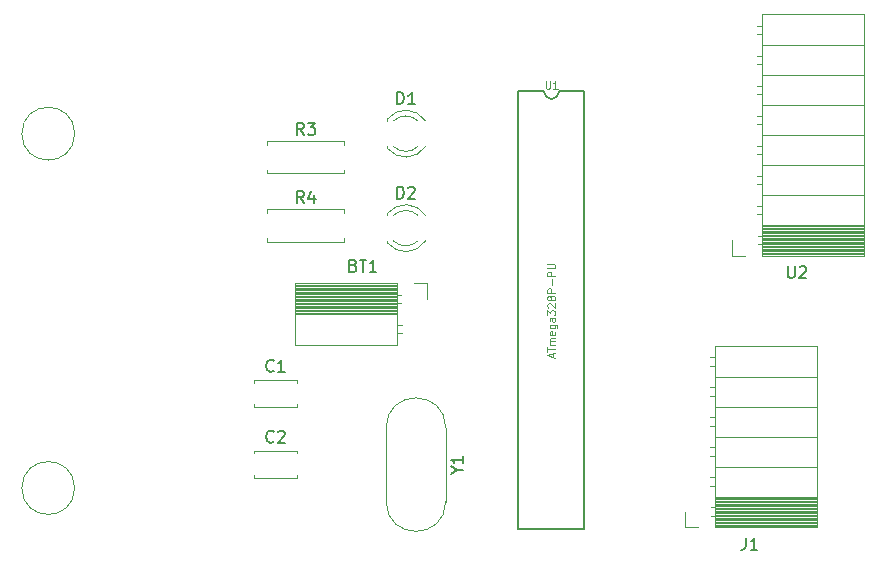
<source format=gbr>
G04 #@! TF.GenerationSoftware,KiCad,Pcbnew,(5.1.2)-1*
G04 #@! TF.CreationDate,2019-05-27T16:10:05+02:00*
G04 #@! TF.ProjectId,Dispositivo_Resp,44697370-6f73-4697-9469-766f5f526573,rev?*
G04 #@! TF.SameCoordinates,Original*
G04 #@! TF.FileFunction,Legend,Top*
G04 #@! TF.FilePolarity,Positive*
%FSLAX46Y46*%
G04 Gerber Fmt 4.6, Leading zero omitted, Abs format (unit mm)*
G04 Created by KiCad (PCBNEW (5.1.2)-1) date 2019-05-27 16:10:05*
%MOMM*%
%LPD*%
G04 APERTURE LIST*
%ADD10C,0.120000*%
%ADD11C,0.127000*%
%ADD12C,0.150000*%
%ADD13C,0.050000*%
G04 APERTURE END LIST*
D10*
X122236068Y-120000000D02*
G75*
G03X122236068Y-120000000I-2236068J0D01*
G01*
X122236068Y-90000000D02*
G75*
G03X122236068Y-90000000I-2236068J0D01*
G01*
X145080000Y-99160000D02*
X145080000Y-98830000D01*
X138540000Y-99160000D02*
X145080000Y-99160000D01*
X138540000Y-98830000D02*
X138540000Y-99160000D01*
X145080000Y-96420000D02*
X145080000Y-96750000D01*
X138540000Y-96420000D02*
X145080000Y-96420000D01*
X138540000Y-96750000D02*
X138540000Y-96420000D01*
X145080000Y-93370000D02*
X145080000Y-93040000D01*
X138540000Y-93370000D02*
X145080000Y-93370000D01*
X138540000Y-93040000D02*
X138540000Y-93370000D01*
X145080000Y-90630000D02*
X145080000Y-90960000D01*
X138540000Y-90630000D02*
X145080000Y-90630000D01*
X138540000Y-90960000D02*
X138540000Y-90630000D01*
X179000000Y-100330000D02*
X177890000Y-100330000D01*
X177890000Y-100330000D02*
X177890000Y-99000000D01*
X189090000Y-100330000D02*
X189090000Y-79890000D01*
X189090000Y-79890000D02*
X180460000Y-79890000D01*
X180460000Y-100330000D02*
X180460000Y-79890000D01*
X189090000Y-100330000D02*
X180460000Y-100330000D01*
X189090000Y-82490000D02*
X180460000Y-82490000D01*
X189090000Y-85030000D02*
X180460000Y-85030000D01*
X189090000Y-87570000D02*
X180460000Y-87570000D01*
X189090000Y-90110000D02*
X180460000Y-90110000D01*
X189090000Y-92650000D02*
X180460000Y-92650000D01*
X189090000Y-95190000D02*
X180460000Y-95190000D01*
X189090000Y-97730000D02*
X180460000Y-97730000D01*
X180460000Y-80860000D02*
X180050000Y-80860000D01*
X180460000Y-81580000D02*
X180050000Y-81580000D01*
X180460000Y-83400000D02*
X180050000Y-83400000D01*
X180460000Y-84120000D02*
X180050000Y-84120000D01*
X180460000Y-85940000D02*
X180050000Y-85940000D01*
X180460000Y-86660000D02*
X180050000Y-86660000D01*
X180460000Y-88480000D02*
X180050000Y-88480000D01*
X180460000Y-89200000D02*
X180050000Y-89200000D01*
X180460000Y-91020000D02*
X180050000Y-91020000D01*
X180460000Y-91740000D02*
X180050000Y-91740000D01*
X180460000Y-93560000D02*
X180050000Y-93560000D01*
X180460000Y-94280000D02*
X180050000Y-94280000D01*
X180460000Y-96100000D02*
X180050000Y-96100000D01*
X180460000Y-96820000D02*
X180050000Y-96820000D01*
X180460000Y-98640000D02*
X180110000Y-98640000D01*
X180460000Y-99360000D02*
X180110000Y-99360000D01*
X189090000Y-97848100D02*
X180460000Y-97848100D01*
X189090000Y-97966195D02*
X180460000Y-97966195D01*
X189090000Y-98084290D02*
X180460000Y-98084290D01*
X189090000Y-98202385D02*
X180460000Y-98202385D01*
X189090000Y-98320480D02*
X180460000Y-98320480D01*
X189090000Y-98438575D02*
X180460000Y-98438575D01*
X189090000Y-98556670D02*
X180460000Y-98556670D01*
X189090000Y-98674765D02*
X180460000Y-98674765D01*
X189090000Y-98792860D02*
X180460000Y-98792860D01*
X189090000Y-98910955D02*
X180460000Y-98910955D01*
X189090000Y-99029050D02*
X180460000Y-99029050D01*
X189090000Y-99147145D02*
X180460000Y-99147145D01*
X189090000Y-99265240D02*
X180460000Y-99265240D01*
X189090000Y-99383335D02*
X180460000Y-99383335D01*
X189090000Y-99501430D02*
X180460000Y-99501430D01*
X189090000Y-99619525D02*
X180460000Y-99619525D01*
X189090000Y-99737620D02*
X180460000Y-99737620D01*
X189090000Y-99855715D02*
X180460000Y-99855715D01*
X189090000Y-99973810D02*
X180460000Y-99973810D01*
X189090000Y-100091905D02*
X180460000Y-100091905D01*
X189090000Y-100210000D02*
X180460000Y-100210000D01*
X151000000Y-102670000D02*
X152110000Y-102670000D01*
X152110000Y-102670000D02*
X152110000Y-104000000D01*
X140910000Y-102670000D02*
X140910000Y-107870000D01*
X140910000Y-107870000D02*
X149540000Y-107870000D01*
X149540000Y-102670000D02*
X149540000Y-107870000D01*
X140910000Y-102670000D02*
X149540000Y-102670000D01*
X140910000Y-105270000D02*
X149540000Y-105270000D01*
X149540000Y-106900000D02*
X149950000Y-106900000D01*
X149540000Y-106180000D02*
X149950000Y-106180000D01*
X149540000Y-104360000D02*
X149890000Y-104360000D01*
X149540000Y-103640000D02*
X149890000Y-103640000D01*
X140910000Y-105151900D02*
X149540000Y-105151900D01*
X140910000Y-105033805D02*
X149540000Y-105033805D01*
X140910000Y-104915710D02*
X149540000Y-104915710D01*
X140910000Y-104797615D02*
X149540000Y-104797615D01*
X140910000Y-104679520D02*
X149540000Y-104679520D01*
X140910000Y-104561425D02*
X149540000Y-104561425D01*
X140910000Y-104443330D02*
X149540000Y-104443330D01*
X140910000Y-104325235D02*
X149540000Y-104325235D01*
X140910000Y-104207140D02*
X149540000Y-104207140D01*
X140910000Y-104089045D02*
X149540000Y-104089045D01*
X140910000Y-103970950D02*
X149540000Y-103970950D01*
X140910000Y-103852855D02*
X149540000Y-103852855D01*
X140910000Y-103734760D02*
X149540000Y-103734760D01*
X140910000Y-103616665D02*
X149540000Y-103616665D01*
X140910000Y-103498570D02*
X149540000Y-103498570D01*
X140910000Y-103380475D02*
X149540000Y-103380475D01*
X140910000Y-103262380D02*
X149540000Y-103262380D01*
X140910000Y-103144285D02*
X149540000Y-103144285D01*
X140910000Y-103026190D02*
X149540000Y-103026190D01*
X140910000Y-102908095D02*
X149540000Y-102908095D01*
X140910000Y-102790000D02*
X149540000Y-102790000D01*
X148710000Y-99080000D02*
X148710000Y-99236000D01*
X148710000Y-96764000D02*
X148710000Y-96920000D01*
X151311130Y-99079837D02*
G75*
G02X149229039Y-99080000I-1041130J1079837D01*
G01*
X151311130Y-96920163D02*
G75*
G03X149229039Y-96920000I-1041130J-1079837D01*
G01*
X151942335Y-99078608D02*
G75*
G02X148710000Y-99235516I-1672335J1078608D01*
G01*
X151942335Y-96921392D02*
G75*
G03X148710000Y-96764484I-1672335J-1078608D01*
G01*
X148710000Y-91080000D02*
X148710000Y-91236000D01*
X148710000Y-88764000D02*
X148710000Y-88920000D01*
X151311130Y-91079837D02*
G75*
G02X149229039Y-91080000I-1041130J1079837D01*
G01*
X151311130Y-88920163D02*
G75*
G03X149229039Y-88920000I-1041130J-1079837D01*
G01*
X151942335Y-91078608D02*
G75*
G02X148710000Y-91235516I-1672335J1078608D01*
G01*
X151942335Y-88921392D02*
G75*
G03X148710000Y-88764484I-1672335J-1078608D01*
G01*
X141070000Y-118925000D02*
X141070000Y-119170000D01*
X141070000Y-116830000D02*
X141070000Y-117075000D01*
X137430000Y-118925000D02*
X137430000Y-119170000D01*
X137430000Y-116830000D02*
X137430000Y-117075000D01*
X137430000Y-119170000D02*
X141070000Y-119170000D01*
X137430000Y-116830000D02*
X141070000Y-116830000D01*
X141070000Y-112925000D02*
X141070000Y-113170000D01*
X141070000Y-110830000D02*
X141070000Y-111075000D01*
X137430000Y-112925000D02*
X137430000Y-113170000D01*
X137430000Y-110830000D02*
X137430000Y-111075000D01*
X137430000Y-113170000D02*
X141070000Y-113170000D01*
X137430000Y-110830000D02*
X141070000Y-110830000D01*
X185090000Y-123210000D02*
X176460000Y-123210000D01*
X185090000Y-123091905D02*
X176460000Y-123091905D01*
X185090000Y-122973810D02*
X176460000Y-122973810D01*
X185090000Y-122855715D02*
X176460000Y-122855715D01*
X185090000Y-122737620D02*
X176460000Y-122737620D01*
X185090000Y-122619525D02*
X176460000Y-122619525D01*
X185090000Y-122501430D02*
X176460000Y-122501430D01*
X185090000Y-122383335D02*
X176460000Y-122383335D01*
X185090000Y-122265240D02*
X176460000Y-122265240D01*
X185090000Y-122147145D02*
X176460000Y-122147145D01*
X185090000Y-122029050D02*
X176460000Y-122029050D01*
X185090000Y-121910955D02*
X176460000Y-121910955D01*
X185090000Y-121792860D02*
X176460000Y-121792860D01*
X185090000Y-121674765D02*
X176460000Y-121674765D01*
X185090000Y-121556670D02*
X176460000Y-121556670D01*
X185090000Y-121438575D02*
X176460000Y-121438575D01*
X185090000Y-121320480D02*
X176460000Y-121320480D01*
X185090000Y-121202385D02*
X176460000Y-121202385D01*
X185090000Y-121084290D02*
X176460000Y-121084290D01*
X185090000Y-120966195D02*
X176460000Y-120966195D01*
X185090000Y-120848100D02*
X176460000Y-120848100D01*
X176460000Y-122360000D02*
X176110000Y-122360000D01*
X176460000Y-121640000D02*
X176110000Y-121640000D01*
X176460000Y-119820000D02*
X176050000Y-119820000D01*
X176460000Y-119100000D02*
X176050000Y-119100000D01*
X176460000Y-117280000D02*
X176050000Y-117280000D01*
X176460000Y-116560000D02*
X176050000Y-116560000D01*
X176460000Y-114740000D02*
X176050000Y-114740000D01*
X176460000Y-114020000D02*
X176050000Y-114020000D01*
X176460000Y-112200000D02*
X176050000Y-112200000D01*
X176460000Y-111480000D02*
X176050000Y-111480000D01*
X176460000Y-109660000D02*
X176050000Y-109660000D01*
X176460000Y-108940000D02*
X176050000Y-108940000D01*
X185090000Y-120730000D02*
X176460000Y-120730000D01*
X185090000Y-118190000D02*
X176460000Y-118190000D01*
X185090000Y-115650000D02*
X176460000Y-115650000D01*
X185090000Y-113110000D02*
X176460000Y-113110000D01*
X185090000Y-110570000D02*
X176460000Y-110570000D01*
X185090000Y-123330000D02*
X176460000Y-123330000D01*
X176460000Y-123330000D02*
X176460000Y-107970000D01*
X185090000Y-107970000D02*
X176460000Y-107970000D01*
X185090000Y-123330000D02*
X185090000Y-107970000D01*
X173890000Y-123330000D02*
X173890000Y-122000000D01*
X175000000Y-123330000D02*
X173890000Y-123330000D01*
D11*
X161975800Y-86423501D02*
X159816800Y-86423501D01*
X163245800Y-86423501D02*
G75*
G02X161975800Y-86423501I-635000J0D01*
G01*
X159816800Y-86423501D02*
X159816800Y-123507501D01*
X165404800Y-86423501D02*
X163245800Y-86423501D01*
X165404800Y-86423501D02*
X165404800Y-123507501D01*
X165404800Y-123507501D02*
X159816800Y-123507501D01*
D10*
X153655000Y-114895000D02*
X153655000Y-121145000D01*
X148605000Y-114895000D02*
X148605000Y-121145000D01*
X148605000Y-114895000D02*
G75*
G02X153655000Y-114895000I2525000J0D01*
G01*
X148605000Y-121145000D02*
G75*
G03X153655000Y-121145000I2525000J0D01*
G01*
D12*
X141643333Y-95872380D02*
X141310000Y-95396190D01*
X141071904Y-95872380D02*
X141071904Y-94872380D01*
X141452857Y-94872380D01*
X141548095Y-94920000D01*
X141595714Y-94967619D01*
X141643333Y-95062857D01*
X141643333Y-95205714D01*
X141595714Y-95300952D01*
X141548095Y-95348571D01*
X141452857Y-95396190D01*
X141071904Y-95396190D01*
X142500476Y-95205714D02*
X142500476Y-95872380D01*
X142262380Y-94824761D02*
X142024285Y-95539047D01*
X142643333Y-95539047D01*
X141643333Y-90082380D02*
X141310000Y-89606190D01*
X141071904Y-90082380D02*
X141071904Y-89082380D01*
X141452857Y-89082380D01*
X141548095Y-89130000D01*
X141595714Y-89177619D01*
X141643333Y-89272857D01*
X141643333Y-89415714D01*
X141595714Y-89510952D01*
X141548095Y-89558571D01*
X141452857Y-89606190D01*
X141071904Y-89606190D01*
X141976666Y-89082380D02*
X142595714Y-89082380D01*
X142262380Y-89463333D01*
X142405238Y-89463333D01*
X142500476Y-89510952D01*
X142548095Y-89558571D01*
X142595714Y-89653809D01*
X142595714Y-89891904D01*
X142548095Y-89987142D01*
X142500476Y-90034761D01*
X142405238Y-90082380D01*
X142119523Y-90082380D01*
X142024285Y-90034761D01*
X141976666Y-89987142D01*
X182618095Y-101222380D02*
X182618095Y-102031904D01*
X182665714Y-102127142D01*
X182713333Y-102174761D01*
X182808571Y-102222380D01*
X182999047Y-102222380D01*
X183094285Y-102174761D01*
X183141904Y-102127142D01*
X183189523Y-102031904D01*
X183189523Y-101222380D01*
X183618095Y-101317619D02*
X183665714Y-101270000D01*
X183760952Y-101222380D01*
X183999047Y-101222380D01*
X184094285Y-101270000D01*
X184141904Y-101317619D01*
X184189523Y-101412857D01*
X184189523Y-101508095D01*
X184141904Y-101650952D01*
X183570476Y-102222380D01*
X184189523Y-102222380D01*
X145834285Y-101158571D02*
X145977142Y-101206190D01*
X146024761Y-101253809D01*
X146072380Y-101349047D01*
X146072380Y-101491904D01*
X146024761Y-101587142D01*
X145977142Y-101634761D01*
X145881904Y-101682380D01*
X145500952Y-101682380D01*
X145500952Y-100682380D01*
X145834285Y-100682380D01*
X145929523Y-100730000D01*
X145977142Y-100777619D01*
X146024761Y-100872857D01*
X146024761Y-100968095D01*
X145977142Y-101063333D01*
X145929523Y-101110952D01*
X145834285Y-101158571D01*
X145500952Y-101158571D01*
X146358095Y-100682380D02*
X146929523Y-100682380D01*
X146643809Y-101682380D02*
X146643809Y-100682380D01*
X147786666Y-101682380D02*
X147215238Y-101682380D01*
X147500952Y-101682380D02*
X147500952Y-100682380D01*
X147405714Y-100825238D01*
X147310476Y-100920476D01*
X147215238Y-100968095D01*
X149531904Y-95492380D02*
X149531904Y-94492380D01*
X149770000Y-94492380D01*
X149912857Y-94540000D01*
X150008095Y-94635238D01*
X150055714Y-94730476D01*
X150103333Y-94920952D01*
X150103333Y-95063809D01*
X150055714Y-95254285D01*
X150008095Y-95349523D01*
X149912857Y-95444761D01*
X149770000Y-95492380D01*
X149531904Y-95492380D01*
X150484285Y-94587619D02*
X150531904Y-94540000D01*
X150627142Y-94492380D01*
X150865238Y-94492380D01*
X150960476Y-94540000D01*
X151008095Y-94587619D01*
X151055714Y-94682857D01*
X151055714Y-94778095D01*
X151008095Y-94920952D01*
X150436666Y-95492380D01*
X151055714Y-95492380D01*
X149531904Y-87492380D02*
X149531904Y-86492380D01*
X149770000Y-86492380D01*
X149912857Y-86540000D01*
X150008095Y-86635238D01*
X150055714Y-86730476D01*
X150103333Y-86920952D01*
X150103333Y-87063809D01*
X150055714Y-87254285D01*
X150008095Y-87349523D01*
X149912857Y-87444761D01*
X149770000Y-87492380D01*
X149531904Y-87492380D01*
X151055714Y-87492380D02*
X150484285Y-87492380D01*
X150770000Y-87492380D02*
X150770000Y-86492380D01*
X150674761Y-86635238D01*
X150579523Y-86730476D01*
X150484285Y-86778095D01*
X139083333Y-116057142D02*
X139035714Y-116104761D01*
X138892857Y-116152380D01*
X138797619Y-116152380D01*
X138654761Y-116104761D01*
X138559523Y-116009523D01*
X138511904Y-115914285D01*
X138464285Y-115723809D01*
X138464285Y-115580952D01*
X138511904Y-115390476D01*
X138559523Y-115295238D01*
X138654761Y-115200000D01*
X138797619Y-115152380D01*
X138892857Y-115152380D01*
X139035714Y-115200000D01*
X139083333Y-115247619D01*
X139464285Y-115247619D02*
X139511904Y-115200000D01*
X139607142Y-115152380D01*
X139845238Y-115152380D01*
X139940476Y-115200000D01*
X139988095Y-115247619D01*
X140035714Y-115342857D01*
X140035714Y-115438095D01*
X139988095Y-115580952D01*
X139416666Y-116152380D01*
X140035714Y-116152380D01*
X139083333Y-110057142D02*
X139035714Y-110104761D01*
X138892857Y-110152380D01*
X138797619Y-110152380D01*
X138654761Y-110104761D01*
X138559523Y-110009523D01*
X138511904Y-109914285D01*
X138464285Y-109723809D01*
X138464285Y-109580952D01*
X138511904Y-109390476D01*
X138559523Y-109295238D01*
X138654761Y-109200000D01*
X138797619Y-109152380D01*
X138892857Y-109152380D01*
X139035714Y-109200000D01*
X139083333Y-109247619D01*
X140035714Y-110152380D02*
X139464285Y-110152380D01*
X139750000Y-110152380D02*
X139750000Y-109152380D01*
X139654761Y-109295238D01*
X139559523Y-109390476D01*
X139464285Y-109438095D01*
X179046666Y-124222380D02*
X179046666Y-124936666D01*
X178999047Y-125079523D01*
X178903809Y-125174761D01*
X178760952Y-125222380D01*
X178665714Y-125222380D01*
X180046666Y-125222380D02*
X179475238Y-125222380D01*
X179760952Y-125222380D02*
X179760952Y-124222380D01*
X179665714Y-124365238D01*
X179570476Y-124460476D01*
X179475238Y-124508095D01*
D13*
X162122770Y-85548729D02*
X162122770Y-86067261D01*
X162153272Y-86128264D01*
X162183774Y-86158766D01*
X162244777Y-86189268D01*
X162366785Y-86189268D01*
X162427788Y-86158766D01*
X162458290Y-86128264D01*
X162488792Y-86067261D01*
X162488792Y-85548729D01*
X163129331Y-86189268D02*
X162763309Y-86189268D01*
X162946320Y-86189268D02*
X162946320Y-85548729D01*
X162885316Y-85640235D01*
X162824313Y-85701238D01*
X162763309Y-85731740D01*
X162717589Y-108931980D02*
X162717589Y-108626866D01*
X162900658Y-108993003D02*
X162259919Y-108779423D01*
X162900658Y-108565843D01*
X162259919Y-108443798D02*
X162259919Y-108077661D01*
X162900658Y-108260730D02*
X162259919Y-108260730D01*
X162900658Y-107864082D02*
X162473498Y-107864082D01*
X162534521Y-107864082D02*
X162504010Y-107833570D01*
X162473498Y-107772548D01*
X162473498Y-107681013D01*
X162504010Y-107619991D01*
X162565032Y-107589479D01*
X162900658Y-107589479D01*
X162565032Y-107589479D02*
X162504010Y-107558968D01*
X162473498Y-107497945D01*
X162473498Y-107406411D01*
X162504010Y-107345388D01*
X162565032Y-107314877D01*
X162900658Y-107314877D01*
X162870146Y-106765672D02*
X162900658Y-106826695D01*
X162900658Y-106948740D01*
X162870146Y-107009763D01*
X162809123Y-107040274D01*
X162565032Y-107040274D01*
X162504010Y-107009763D01*
X162473498Y-106948740D01*
X162473498Y-106826695D01*
X162504010Y-106765672D01*
X162565032Y-106735161D01*
X162626055Y-106735161D01*
X162687078Y-107040274D01*
X162473498Y-106185956D02*
X162992192Y-106185956D01*
X163053215Y-106216467D01*
X163083726Y-106246979D01*
X163114237Y-106308001D01*
X163114237Y-106399535D01*
X163083726Y-106460558D01*
X162870146Y-106185956D02*
X162900658Y-106246979D01*
X162900658Y-106369024D01*
X162870146Y-106430047D01*
X162839635Y-106460558D01*
X162778612Y-106491070D01*
X162595544Y-106491070D01*
X162534521Y-106460558D01*
X162504010Y-106430047D01*
X162473498Y-106369024D01*
X162473498Y-106246979D01*
X162504010Y-106185956D01*
X162900658Y-105606240D02*
X162565032Y-105606240D01*
X162504010Y-105636751D01*
X162473498Y-105697774D01*
X162473498Y-105819819D01*
X162504010Y-105880842D01*
X162870146Y-105606240D02*
X162900658Y-105667262D01*
X162900658Y-105819819D01*
X162870146Y-105880842D01*
X162809123Y-105911353D01*
X162748101Y-105911353D01*
X162687078Y-105880842D01*
X162656567Y-105819819D01*
X162656567Y-105667262D01*
X162626055Y-105606240D01*
X162259919Y-105362148D02*
X162259919Y-104965501D01*
X162504010Y-105179080D01*
X162504010Y-105087546D01*
X162534521Y-105026523D01*
X162565032Y-104996012D01*
X162626055Y-104965501D01*
X162778612Y-104965501D01*
X162839635Y-104996012D01*
X162870146Y-105026523D01*
X162900658Y-105087546D01*
X162900658Y-105270614D01*
X162870146Y-105331637D01*
X162839635Y-105362148D01*
X162320941Y-104721409D02*
X162290430Y-104690898D01*
X162259919Y-104629875D01*
X162259919Y-104477318D01*
X162290430Y-104416296D01*
X162320941Y-104385784D01*
X162381964Y-104355273D01*
X162442987Y-104355273D01*
X162534521Y-104385784D01*
X162900658Y-104751921D01*
X162900658Y-104355273D01*
X162534521Y-103989136D02*
X162504010Y-104050159D01*
X162473498Y-104080670D01*
X162412476Y-104111182D01*
X162381964Y-104111182D01*
X162320941Y-104080670D01*
X162290430Y-104050159D01*
X162259919Y-103989136D01*
X162259919Y-103867091D01*
X162290430Y-103806068D01*
X162320941Y-103775557D01*
X162381964Y-103745045D01*
X162412476Y-103745045D01*
X162473498Y-103775557D01*
X162504010Y-103806068D01*
X162534521Y-103867091D01*
X162534521Y-103989136D01*
X162565032Y-104050159D01*
X162595544Y-104080670D01*
X162656567Y-104111182D01*
X162778612Y-104111182D01*
X162839635Y-104080670D01*
X162870146Y-104050159D01*
X162900658Y-103989136D01*
X162900658Y-103867091D01*
X162870146Y-103806068D01*
X162839635Y-103775557D01*
X162778612Y-103745045D01*
X162656567Y-103745045D01*
X162595544Y-103775557D01*
X162565032Y-103806068D01*
X162534521Y-103867091D01*
X162900658Y-103470443D02*
X162259919Y-103470443D01*
X162259919Y-103226352D01*
X162290430Y-103165329D01*
X162320941Y-103134818D01*
X162381964Y-103104306D01*
X162473498Y-103104306D01*
X162534521Y-103134818D01*
X162565032Y-103165329D01*
X162595544Y-103226352D01*
X162595544Y-103470443D01*
X162656567Y-102829704D02*
X162656567Y-102341522D01*
X162900658Y-102036408D02*
X162259919Y-102036408D01*
X162259919Y-101792317D01*
X162290430Y-101731294D01*
X162320941Y-101700783D01*
X162381964Y-101670271D01*
X162473498Y-101670271D01*
X162534521Y-101700783D01*
X162565032Y-101731294D01*
X162595544Y-101792317D01*
X162595544Y-102036408D01*
X162259919Y-101395669D02*
X162778612Y-101395669D01*
X162839635Y-101365158D01*
X162870146Y-101334646D01*
X162900658Y-101273623D01*
X162900658Y-101151578D01*
X162870146Y-101090555D01*
X162839635Y-101060044D01*
X162778612Y-101029532D01*
X162259919Y-101029532D01*
D12*
X154631190Y-118496190D02*
X155107380Y-118496190D01*
X154107380Y-118829523D02*
X154631190Y-118496190D01*
X154107380Y-118162857D01*
X155107380Y-117305714D02*
X155107380Y-117877142D01*
X155107380Y-117591428D02*
X154107380Y-117591428D01*
X154250238Y-117686666D01*
X154345476Y-117781904D01*
X154393095Y-117877142D01*
M02*

</source>
